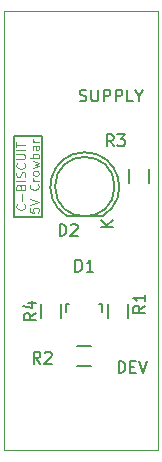
<source format=gto>
G04 #@! TF.FileFunction,Legend,Top*
%FSLAX46Y46*%
G04 Gerber Fmt 4.6, Leading zero omitted, Abs format (unit mm)*
G04 Created by KiCad (PCBNEW 0.201602271447+6593~42~ubuntu15.04.1-product) date Mon 29 Feb 2016 02:23:36 PM EST*
%MOMM*%
G01*
G04 APERTURE LIST*
%ADD10C,0.100000*%
%ADD11C,0.200000*%
%ADD12C,0.150000*%
G04 APERTURE END LIST*
D10*
D11*
X105800000Y-59800000D02*
X103400000Y-59800000D01*
X105800000Y-66600000D02*
X105800000Y-59800000D01*
X103400000Y-66600000D02*
X105800000Y-66600000D01*
X103400000Y-59800000D02*
X103400000Y-66600000D01*
D10*
X104292857Y-65575000D02*
X104328571Y-65610714D01*
X104364286Y-65717857D01*
X104364286Y-65789286D01*
X104328571Y-65896429D01*
X104257143Y-65967857D01*
X104185714Y-66003572D01*
X104042857Y-66039286D01*
X103935714Y-66039286D01*
X103792857Y-66003572D01*
X103721429Y-65967857D01*
X103650000Y-65896429D01*
X103614286Y-65789286D01*
X103614286Y-65717857D01*
X103650000Y-65610714D01*
X103685714Y-65575000D01*
X104078571Y-65253572D02*
X104078571Y-64682143D01*
X103971429Y-64075001D02*
X104007143Y-63967858D01*
X104042857Y-63932143D01*
X104114286Y-63896429D01*
X104221429Y-63896429D01*
X104292857Y-63932143D01*
X104328571Y-63967858D01*
X104364286Y-64039286D01*
X104364286Y-64325001D01*
X103614286Y-64325001D01*
X103614286Y-64075001D01*
X103650000Y-64003572D01*
X103685714Y-63967858D01*
X103757143Y-63932143D01*
X103828571Y-63932143D01*
X103900000Y-63967858D01*
X103935714Y-64003572D01*
X103971429Y-64075001D01*
X103971429Y-64325001D01*
X104364286Y-63575001D02*
X103614286Y-63575001D01*
X104328571Y-63253572D02*
X104364286Y-63146429D01*
X104364286Y-62967858D01*
X104328571Y-62896429D01*
X104292857Y-62860715D01*
X104221429Y-62825000D01*
X104150000Y-62825000D01*
X104078571Y-62860715D01*
X104042857Y-62896429D01*
X104007143Y-62967858D01*
X103971429Y-63110715D01*
X103935714Y-63182143D01*
X103900000Y-63217858D01*
X103828571Y-63253572D01*
X103757143Y-63253572D01*
X103685714Y-63217858D01*
X103650000Y-63182143D01*
X103614286Y-63110715D01*
X103614286Y-62932143D01*
X103650000Y-62825000D01*
X104292857Y-62075000D02*
X104328571Y-62110714D01*
X104364286Y-62217857D01*
X104364286Y-62289286D01*
X104328571Y-62396429D01*
X104257143Y-62467857D01*
X104185714Y-62503572D01*
X104042857Y-62539286D01*
X103935714Y-62539286D01*
X103792857Y-62503572D01*
X103721429Y-62467857D01*
X103650000Y-62396429D01*
X103614286Y-62289286D01*
X103614286Y-62217857D01*
X103650000Y-62110714D01*
X103685714Y-62075000D01*
X103614286Y-61753572D02*
X104221429Y-61753572D01*
X104292857Y-61717857D01*
X104328571Y-61682143D01*
X104364286Y-61610714D01*
X104364286Y-61467857D01*
X104328571Y-61396429D01*
X104292857Y-61360714D01*
X104221429Y-61325000D01*
X103614286Y-61325000D01*
X104364286Y-60967858D02*
X103614286Y-60967858D01*
X103614286Y-60717857D02*
X103614286Y-60289286D01*
X104364286Y-60503572D02*
X103614286Y-60503572D01*
X104764286Y-65878571D02*
X104764286Y-66235714D01*
X105121429Y-66271428D01*
X105085714Y-66235714D01*
X105050000Y-66164285D01*
X105050000Y-65985714D01*
X105085714Y-65914285D01*
X105121429Y-65878571D01*
X105192857Y-65842856D01*
X105371429Y-65842856D01*
X105442857Y-65878571D01*
X105478571Y-65914285D01*
X105514286Y-65985714D01*
X105514286Y-66164285D01*
X105478571Y-66235714D01*
X105442857Y-66271428D01*
X104764286Y-65628570D02*
X105514286Y-65378570D01*
X104764286Y-65128570D01*
X105442857Y-63878570D02*
X105478571Y-63914284D01*
X105514286Y-64021427D01*
X105514286Y-64092856D01*
X105478571Y-64199999D01*
X105407143Y-64271427D01*
X105335714Y-64307142D01*
X105192857Y-64342856D01*
X105085714Y-64342856D01*
X104942857Y-64307142D01*
X104871429Y-64271427D01*
X104800000Y-64199999D01*
X104764286Y-64092856D01*
X104764286Y-64021427D01*
X104800000Y-63914284D01*
X104835714Y-63878570D01*
X105514286Y-63557142D02*
X105014286Y-63557142D01*
X105157143Y-63557142D02*
X105085714Y-63521427D01*
X105050000Y-63485713D01*
X105014286Y-63414284D01*
X105014286Y-63342856D01*
X105514286Y-62985713D02*
X105478571Y-63057141D01*
X105442857Y-63092856D01*
X105371429Y-63128570D01*
X105157143Y-63128570D01*
X105085714Y-63092856D01*
X105050000Y-63057141D01*
X105014286Y-62985713D01*
X105014286Y-62878570D01*
X105050000Y-62807141D01*
X105085714Y-62771427D01*
X105157143Y-62735713D01*
X105371429Y-62735713D01*
X105442857Y-62771427D01*
X105478571Y-62807141D01*
X105514286Y-62878570D01*
X105514286Y-62985713D01*
X105014286Y-62485713D02*
X105514286Y-62342856D01*
X105157143Y-62199999D01*
X105514286Y-62057142D01*
X105014286Y-61914285D01*
X105514286Y-61628571D02*
X104764286Y-61628571D01*
X105050000Y-61628571D02*
X105014286Y-61557142D01*
X105014286Y-61414285D01*
X105050000Y-61342856D01*
X105085714Y-61307142D01*
X105157143Y-61271428D01*
X105371429Y-61271428D01*
X105442857Y-61307142D01*
X105478571Y-61342856D01*
X105514286Y-61414285D01*
X105514286Y-61557142D01*
X105478571Y-61628571D01*
X105514286Y-60628571D02*
X105121429Y-60628571D01*
X105050000Y-60664285D01*
X105014286Y-60735714D01*
X105014286Y-60878571D01*
X105050000Y-60950000D01*
X105478571Y-60628571D02*
X105514286Y-60700000D01*
X105514286Y-60878571D01*
X105478571Y-60950000D01*
X105407143Y-60985714D01*
X105335714Y-60985714D01*
X105264286Y-60950000D01*
X105228571Y-60878571D01*
X105228571Y-60700000D01*
X105192857Y-60628571D01*
X105514286Y-60271429D02*
X105014286Y-60271429D01*
X105157143Y-60271429D02*
X105085714Y-60235714D01*
X105050000Y-60200000D01*
X105014286Y-60128571D01*
X105014286Y-60057143D01*
D11*
X112257143Y-79852381D02*
X112257143Y-78852381D01*
X112495238Y-78852381D01*
X112638096Y-78900000D01*
X112733334Y-78995238D01*
X112780953Y-79090476D01*
X112828572Y-79280952D01*
X112828572Y-79423810D01*
X112780953Y-79614286D01*
X112733334Y-79709524D01*
X112638096Y-79804762D01*
X112495238Y-79852381D01*
X112257143Y-79852381D01*
X113257143Y-79328571D02*
X113590477Y-79328571D01*
X113733334Y-79852381D02*
X113257143Y-79852381D01*
X113257143Y-78852381D01*
X113733334Y-78852381D01*
X114019048Y-78852381D02*
X114352381Y-79852381D01*
X114685715Y-78852381D01*
X108957143Y-56804762D02*
X109100000Y-56852381D01*
X109338096Y-56852381D01*
X109433334Y-56804762D01*
X109480953Y-56757143D01*
X109528572Y-56661905D01*
X109528572Y-56566667D01*
X109480953Y-56471429D01*
X109433334Y-56423810D01*
X109338096Y-56376190D01*
X109147619Y-56328571D01*
X109052381Y-56280952D01*
X109004762Y-56233333D01*
X108957143Y-56138095D01*
X108957143Y-56042857D01*
X109004762Y-55947619D01*
X109052381Y-55900000D01*
X109147619Y-55852381D01*
X109385715Y-55852381D01*
X109528572Y-55900000D01*
X109957143Y-55852381D02*
X109957143Y-56661905D01*
X110004762Y-56757143D01*
X110052381Y-56804762D01*
X110147619Y-56852381D01*
X110338096Y-56852381D01*
X110433334Y-56804762D01*
X110480953Y-56757143D01*
X110528572Y-56661905D01*
X110528572Y-55852381D01*
X111004762Y-56852381D02*
X111004762Y-55852381D01*
X111385715Y-55852381D01*
X111480953Y-55900000D01*
X111528572Y-55947619D01*
X111576191Y-56042857D01*
X111576191Y-56185714D01*
X111528572Y-56280952D01*
X111480953Y-56328571D01*
X111385715Y-56376190D01*
X111004762Y-56376190D01*
X112004762Y-56852381D02*
X112004762Y-55852381D01*
X112385715Y-55852381D01*
X112480953Y-55900000D01*
X112528572Y-55947619D01*
X112576191Y-56042857D01*
X112576191Y-56185714D01*
X112528572Y-56280952D01*
X112480953Y-56328571D01*
X112385715Y-56376190D01*
X112004762Y-56376190D01*
X113480953Y-56852381D02*
X113004762Y-56852381D01*
X113004762Y-55852381D01*
X114004762Y-56376190D02*
X114004762Y-56852381D01*
X113671429Y-55852381D02*
X114004762Y-56376190D01*
X114338096Y-55852381D01*
D10*
X102600000Y-86400000D02*
X102600000Y-49200000D01*
X115600000Y-86400000D02*
X102600000Y-86400000D01*
X115600000Y-49200000D02*
X115600000Y-86400000D01*
X102600000Y-49200000D02*
X115600000Y-49200000D01*
D12*
X110924904Y-66554888D02*
G75*
G03X107900000Y-66570000I-1524904J2484888D01*
G01*
X110900000Y-66570000D02*
X107900000Y-66570000D01*
X111917936Y-64070000D02*
G75*
G03X111917936Y-64070000I-2517936J0D01*
G01*
X107846071Y-74669607D02*
X107846071Y-73968567D01*
X107846071Y-73968567D02*
X108094991Y-73968567D01*
X110645051Y-73968567D02*
X110845711Y-73968567D01*
X110845711Y-73968567D02*
X110845711Y-74669607D01*
X111325000Y-75218807D02*
X111325000Y-74018807D01*
X113075000Y-74018807D02*
X113075000Y-75218807D01*
X109945891Y-79293807D02*
X108745891Y-79293807D01*
X108745891Y-77543807D02*
X109945891Y-77543807D01*
X105670891Y-75218807D02*
X105670891Y-74018807D01*
X107420891Y-74018807D02*
X107420891Y-75218807D01*
X114875000Y-62600000D02*
X114875000Y-63800000D01*
X113125000Y-63800000D02*
X113125000Y-62600000D01*
X107261905Y-68252381D02*
X107261905Y-67252381D01*
X107500000Y-67252381D01*
X107642858Y-67300000D01*
X107738096Y-67395238D01*
X107785715Y-67490476D01*
X107833334Y-67680952D01*
X107833334Y-67823810D01*
X107785715Y-68014286D01*
X107738096Y-68109524D01*
X107642858Y-68204762D01*
X107500000Y-68252381D01*
X107261905Y-68252381D01*
X108214286Y-67347619D02*
X108261905Y-67300000D01*
X108357143Y-67252381D01*
X108595239Y-67252381D01*
X108690477Y-67300000D01*
X108738096Y-67347619D01*
X108785715Y-67442857D01*
X108785715Y-67538095D01*
X108738096Y-67680952D01*
X108166667Y-68252381D01*
X108785715Y-68252381D01*
X111757381Y-67506905D02*
X110757381Y-67506905D01*
X111757381Y-66935476D02*
X111185952Y-67364048D01*
X110757381Y-66935476D02*
X111328810Y-67506905D01*
X108607796Y-71261188D02*
X108607796Y-70261188D01*
X108845891Y-70261188D01*
X108988749Y-70308807D01*
X109083987Y-70404045D01*
X109131606Y-70499283D01*
X109179225Y-70689759D01*
X109179225Y-70832617D01*
X109131606Y-71023093D01*
X109083987Y-71118331D01*
X108988749Y-71213569D01*
X108845891Y-71261188D01*
X108607796Y-71261188D01*
X110131606Y-71261188D02*
X109560177Y-71261188D01*
X109845891Y-71261188D02*
X109845891Y-70261188D01*
X109750653Y-70404045D01*
X109655415Y-70499283D01*
X109560177Y-70546902D01*
X114506490Y-74166666D02*
X114030299Y-74500000D01*
X114506490Y-74738095D02*
X113506490Y-74738095D01*
X113506490Y-74357142D01*
X113554109Y-74261904D01*
X113601728Y-74214285D01*
X113696966Y-74166666D01*
X113839823Y-74166666D01*
X113935061Y-74214285D01*
X113982680Y-74261904D01*
X114030299Y-74357142D01*
X114030299Y-74738095D01*
X114506490Y-73214285D02*
X114506490Y-73785714D01*
X114506490Y-73500000D02*
X113506490Y-73500000D01*
X113649347Y-73595238D01*
X113744585Y-73690476D01*
X113792204Y-73785714D01*
X105633334Y-79052381D02*
X105300000Y-78576190D01*
X105061905Y-79052381D02*
X105061905Y-78052381D01*
X105442858Y-78052381D01*
X105538096Y-78100000D01*
X105585715Y-78147619D01*
X105633334Y-78242857D01*
X105633334Y-78385714D01*
X105585715Y-78480952D01*
X105538096Y-78528571D01*
X105442858Y-78576190D01*
X105061905Y-78576190D01*
X106014286Y-78147619D02*
X106061905Y-78100000D01*
X106157143Y-78052381D01*
X106395239Y-78052381D01*
X106490477Y-78100000D01*
X106538096Y-78147619D01*
X106585715Y-78242857D01*
X106585715Y-78338095D01*
X106538096Y-78480952D01*
X105966667Y-79052381D01*
X106585715Y-79052381D01*
X105252381Y-74766666D02*
X104776190Y-75100000D01*
X105252381Y-75338095D02*
X104252381Y-75338095D01*
X104252381Y-74957142D01*
X104300000Y-74861904D01*
X104347619Y-74814285D01*
X104442857Y-74766666D01*
X104585714Y-74766666D01*
X104680952Y-74814285D01*
X104728571Y-74861904D01*
X104776190Y-74957142D01*
X104776190Y-75338095D01*
X104585714Y-73909523D02*
X105252381Y-73909523D01*
X104204762Y-74147619D02*
X104919048Y-74385714D01*
X104919048Y-73766666D01*
X111833334Y-60652381D02*
X111500000Y-60176190D01*
X111261905Y-60652381D02*
X111261905Y-59652381D01*
X111642858Y-59652381D01*
X111738096Y-59700000D01*
X111785715Y-59747619D01*
X111833334Y-59842857D01*
X111833334Y-59985714D01*
X111785715Y-60080952D01*
X111738096Y-60128571D01*
X111642858Y-60176190D01*
X111261905Y-60176190D01*
X112166667Y-59652381D02*
X112785715Y-59652381D01*
X112452381Y-60033333D01*
X112595239Y-60033333D01*
X112690477Y-60080952D01*
X112738096Y-60128571D01*
X112785715Y-60223810D01*
X112785715Y-60461905D01*
X112738096Y-60557143D01*
X112690477Y-60604762D01*
X112595239Y-60652381D01*
X112309524Y-60652381D01*
X112214286Y-60604762D01*
X112166667Y-60557143D01*
M02*

</source>
